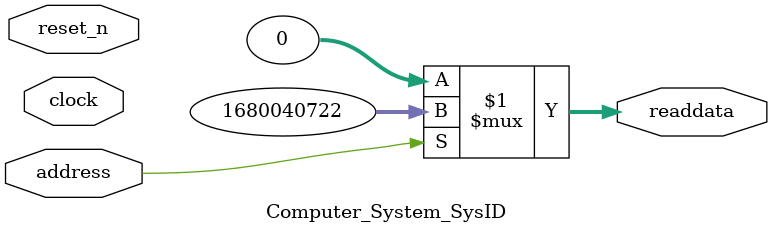
<source format=v>



// synthesis translate_off
`timescale 1ns / 1ps
// synthesis translate_on

// turn off superfluous verilog processor warnings 
// altera message_level Level1 
// altera message_off 10034 10035 10036 10037 10230 10240 10030 

module Computer_System_SysID (
               // inputs:
                address,
                clock,
                reset_n,

               // outputs:
                readdata
             )
;

  output  [ 31: 0] readdata;
  input            address;
  input            clock;
  input            reset_n;

  wire    [ 31: 0] readdata;
  //control_slave, which is an e_avalon_slave
  assign readdata = address ? 1680040722 : 0;

endmodule



</source>
